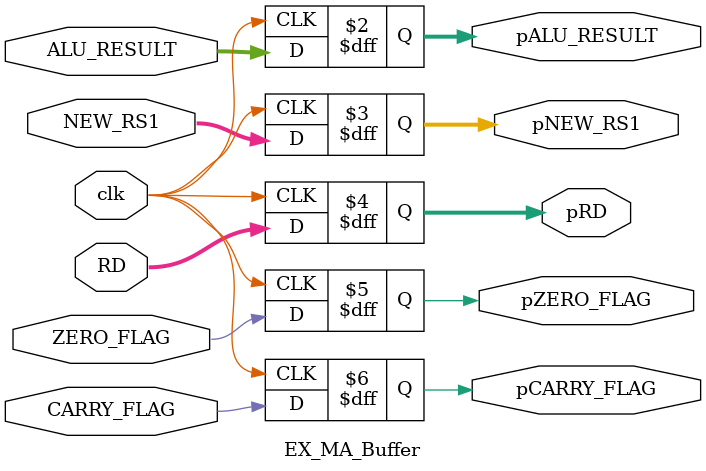
<source format=v>
module EX_MA_Buffer(clk, ALU_RESULT, ZERO_FLAG, CARRY_FLAG, NEW_RS1, RD,
				pALU_RESULT, pZERO_FLAG, pCARRY_FLAG, pNEW_RS1, pRD); 
	
	
	input clk;	 
	input [31:0] ALU_RESULT, NEW_RS1, RD;
	input ZERO_FLAG, CARRY_FLAG; 
	
	output reg [31:0] pALU_RESULT, pNEW_RS1, pRD;
	output reg pZERO_FLAG, pCARRY_FLAG; 
	 
	
	
	
	//at each clock cycle:													  
	always @(posedge clk)
	begin
		pALU_RESULT = ALU_RESULT;  
		pNEW_RS1 = NEW_RS1;
		pRD = RD;		
		pZERO_FLAG = ZERO_FLAG;
		pCARRY_FLAG = CARRY_FLAG;
	end	
	
endmodule	
</source>
